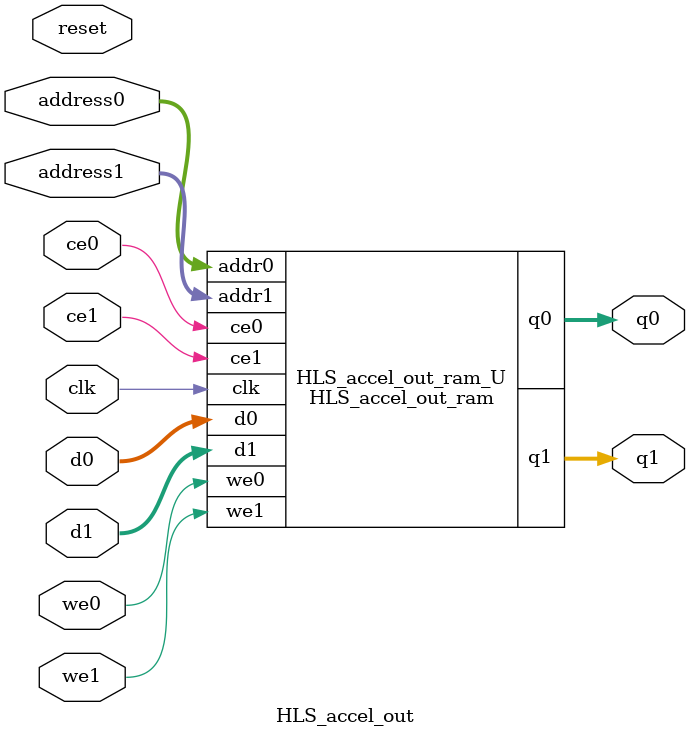
<source format=v>
`timescale 1 ns / 1 ps
module HLS_accel_out_ram (addr0, ce0, d0, we0, q0, addr1, ce1, d1, we1, q1,  clk);

parameter DWIDTH = 32;
parameter AWIDTH = 10;
parameter MEM_SIZE = 1024;

input[AWIDTH-1:0] addr0;
input ce0;
input[DWIDTH-1:0] d0;
input we0;
output reg[DWIDTH-1:0] q0;
input[AWIDTH-1:0] addr1;
input ce1;
input[DWIDTH-1:0] d1;
input we1;
output reg[DWIDTH-1:0] q1;
input clk;

(* ram_style = "block" *)reg [DWIDTH-1:0] ram[0:MEM_SIZE-1];




always @(posedge clk)  
begin 
    if (ce0) 
    begin
        if (we0) 
        begin 
            ram[addr0] <= d0; 
        end 
        q0 <= ram[addr0];
    end
end


always @(posedge clk)  
begin 
    if (ce1) 
    begin
        if (we1) 
        begin 
            ram[addr1] <= d1; 
        end 
        q1 <= ram[addr1];
    end
end


endmodule

`timescale 1 ns / 1 ps
module HLS_accel_out(
    reset,
    clk,
    address0,
    ce0,
    we0,
    d0,
    q0,
    address1,
    ce1,
    we1,
    d1,
    q1);

parameter DataWidth = 32'd32;
parameter AddressRange = 32'd1024;
parameter AddressWidth = 32'd10;
input reset;
input clk;
input[AddressWidth - 1:0] address0;
input ce0;
input we0;
input[DataWidth - 1:0] d0;
output[DataWidth - 1:0] q0;
input[AddressWidth - 1:0] address1;
input ce1;
input we1;
input[DataWidth - 1:0] d1;
output[DataWidth - 1:0] q1;



HLS_accel_out_ram HLS_accel_out_ram_U(
    .clk( clk ),
    .addr0( address0 ),
    .ce0( ce0 ),
    .we0( we0 ),
    .d0( d0 ),
    .q0( q0 ),
    .addr1( address1 ),
    .ce1( ce1 ),
    .we1( we1 ),
    .d1( d1 ),
    .q1( q1 ));

endmodule


</source>
